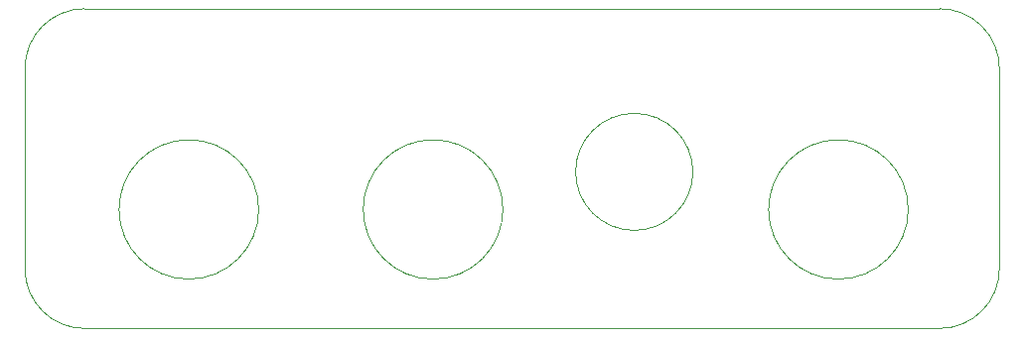
<source format=gm1>
G04 #@! TF.GenerationSoftware,KiCad,Pcbnew,6.0.5+dfsg-1~bpo11+1*
G04 #@! TF.CreationDate,2023-01-30T19:57:19+00:00*
G04 #@! TF.ProjectId,phasor_II_jack_panel,70686173-6f72-45f4-9949-5f6a61636b5f,0.1*
G04 #@! TF.SameCoordinates,Original*
G04 #@! TF.FileFunction,Profile,NP*
%FSLAX46Y46*%
G04 Gerber Fmt 4.6, Leading zero omitted, Abs format (unit mm)*
G04 Created by KiCad (PCBNEW 6.0.5+dfsg-1~bpo11+1) date 2023-01-30 19:57:19*
%MOMM*%
%LPD*%
G01*
G04 APERTURE LIST*
G04 #@! TA.AperFunction,Profile*
%ADD10C,0.100000*%
G04 #@! TD*
G04 APERTURE END LIST*
D10*
X135493000Y-106680000D02*
G75*
G03*
X135493000Y-106680000I-5953000J0D01*
G01*
X198628000Y-94615000D02*
G75*
G03*
X193548000Y-89535000I-5080000J0D01*
G01*
X115570000Y-111760000D02*
G75*
G03*
X120650000Y-116840000I5080000J0D01*
G01*
X190865000Y-106680000D02*
G75*
G03*
X190865000Y-106680000I-5953000J0D01*
G01*
X193548000Y-116840000D02*
G75*
G03*
X198628000Y-111760000I0J5080000D01*
G01*
X172507089Y-103467309D02*
G75*
G03*
X172507089Y-103467309I-5000000J0D01*
G01*
X120650000Y-89535000D02*
G75*
G03*
X115570000Y-94615000I0J-5080000D01*
G01*
X120650000Y-89535000D02*
X193548000Y-89535000D01*
X156310089Y-106680000D02*
G75*
G03*
X156310089Y-106680000I-5953000J0D01*
G01*
X115570000Y-94615000D02*
X115570000Y-111760000D01*
X120650000Y-116840000D02*
X193548000Y-116840000D01*
X198628000Y-111760000D02*
X198628000Y-94615000D01*
M02*

</source>
